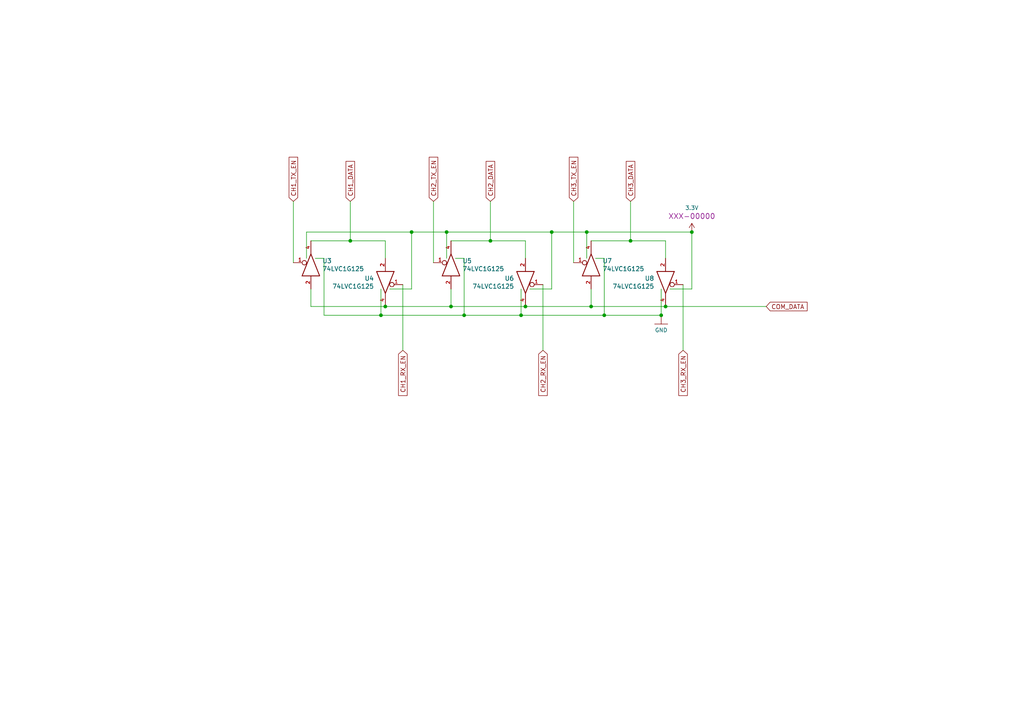
<source format=kicad_sch>
(kicad_sch (version 20230121) (generator eeschema)
  (paper "A4")
  (lib_symbols
    (symbol "CellLight-rescue:3.3V-SparkFun-PowerSymbols" (power) (pin_numbers hide) (pin_names (offset 1.016) hide)
      (property "Value" "3.3V-SparkFun-PowerSymbols" (at -1.27 3.81 0))
      (property "Footprint" "XXX-00000" (at 0 7.62 0))
      (symbol "3.3V-SparkFun-PowerSymbols_1_0"
        (polyline (pts (xy 0 0) (xy 0 2.54)))
        (polyline (pts (xy 0 2.54) (xy -0.762 1.27)))
        (polyline (pts (xy 0.762 1.27) (xy 0 2.54)))
      )
      (symbol "3.3V-SparkFun-PowerSymbols_1_1"
        (pin power_in line (at 0 0 90) (length 0) hide (name "3.3V") (number "~"))
      )
    )
    (symbol "CellLight-rescue:74LVC1G125-74xGxx" (pin_names (offset 1.016))
      (property "Reference" "U" (at -2.54 3.81 0))
      (property "Value" "74xGxx_74LVC1G125" (at 0 -3.81 0))
      (symbol "74LVC1G125-74xGxx_0_1"
        (polyline (pts (xy -3.81 2.54) (xy -3.81 -2.54) (xy 2.54 0) (xy -3.81 2.54)) (stroke (width 0.254)))
      )
      (symbol "74LVC1G125-74xGxx_1_1"
        (pin input inverted (at 0 5.08 270) (length 3.81) (name "~") (number "1"))
        (pin input line (at -7.62 0 0) (length 3.81) (name "~") (number "2"))
        (pin power_in line (at 1.27 -1.27 270) (length 0) hide (name "GND") (number "3"))
        (pin tri_state line (at 6.35 0 180) (length 3.81) (name "~") (number "4"))
        (pin power_in line (at 1.27 1.27 90) (length 0) hide (name "VCC") (number "5"))
      )
    )
    (symbol "CellLight-rescue:GND-SparkFun-PowerSymbols" (power) (pin_numbers hide) (pin_names (offset 1.016) hide)
      (property "Value" "GND-SparkFun-PowerSymbols" (at -1.778 -5.08 0))
      (symbol "GND-SparkFun-PowerSymbols_1_0"
        (polyline (pts (xy -1.905 -2.54) (xy 1.905 -2.54)))
        (polyline (pts (xy 0 0) (xy 0 -2.54)))
      )
      (symbol "GND-SparkFun-PowerSymbols_1_1"
        (pin power_in line (at 0 0 270) (length 0) hide (name "GND") (number "~"))
      )
    )
  )
  (junction (at 130.81 88.9))
  (junction (at 119.38 67.31))
  (junction (at 129.54 67.31))
  (junction (at 191.77 91.44))
  (junction (at 152.4 88.9))
  (junction (at 151.13 91.44))
  (junction (at 170.18 67.31))
  (junction (at 182.88 69.85))
  (junction (at 175.26 91.44))
  (junction (at 171.45 88.9))
  (junction (at 111.76 88.9))
  (junction (at 160.02 67.31))
  (junction (at 142.24 69.85))
  (junction (at 101.6 69.85))
  (junction (at 200.66 67.31))
  (junction (at 134.62 91.44))
  (junction (at 110.49 91.44))
  (junction (at 193.04 88.9))
  (wire (pts (xy 171.45 83.82) (xy 171.45 88.9)))
  (wire (pts (xy 90.17 88.9) (xy 111.76 88.9)))
  (wire (pts (xy 130.81 69.85) (xy 142.24 69.85)))
  (wire (pts (xy 101.6 69.85) (xy 111.76 69.85)))
  (wire (pts (xy 182.88 69.85) (xy 193.04 69.85)))
  (wire (pts (xy 171.45 88.9) (xy 193.04 88.9)))
  (wire (pts (xy 119.38 83.82) (xy 113.03 83.82)))
  (wire (pts (xy 119.38 67.31) (xy 119.38 83.82)))
  (wire (pts (xy 88.9 67.31) (xy 119.38 67.31)))
  (wire (pts (xy 110.49 91.44) (xy 134.62 91.44)))
  (wire (pts (xy 191.77 91.44) (xy 191.77 83.82)))
  (wire (pts (xy 134.62 91.44) (xy 151.13 91.44)))
  (wire (pts (xy 142.24 69.85) (xy 152.4 69.85)))
  (wire (pts (xy 198.12 82.55) (xy 198.12 101.6)))
  (wire (pts (xy 111.76 69.85) (xy 111.76 74.93)))
  (wire (pts (xy 91.44 74.93) (xy 93.98 74.93)))
  (wire (pts (xy 152.4 69.85) (xy 152.4 74.93)))
  (wire (pts (xy 151.13 91.44) (xy 175.26 91.44)))
  (wire (pts (xy 129.54 67.31) (xy 160.02 67.31)))
  (wire (pts (xy 193.04 88.9) (xy 222.25 88.9)))
  (wire (pts (xy 130.81 83.82) (xy 130.81 88.9)))
  (wire (pts (xy 200.66 67.31) (xy 200.66 83.82)))
  (wire (pts (xy 151.13 91.44) (xy 151.13 83.82)))
  (wire (pts (xy 93.98 91.44) (xy 110.49 91.44)))
  (wire (pts (xy 134.62 74.93) (xy 134.62 91.44)))
  (wire (pts (xy 157.48 82.55) (xy 157.48 101.6)))
  (wire (pts (xy 170.18 74.93) (xy 170.18 67.31)))
  (wire (pts (xy 129.54 74.93) (xy 129.54 67.31)))
  (wire (pts (xy 101.6 69.85) (xy 101.6 58.42)))
  (wire (pts (xy 166.37 76.2) (xy 166.37 58.42)))
  (wire (pts (xy 85.09 76.2) (xy 85.09 58.42)))
  (wire (pts (xy 110.49 91.44) (xy 110.49 83.82)))
  (wire (pts (xy 170.18 67.31) (xy 200.66 67.31)))
  (wire (pts (xy 175.26 74.93) (xy 175.26 91.44)))
  (wire (pts (xy 116.84 82.55) (xy 116.84 101.6)))
  (wire (pts (xy 160.02 67.31) (xy 170.18 67.31)))
  (wire (pts (xy 125.73 76.2) (xy 125.73 58.42)))
  (wire (pts (xy 160.02 67.31) (xy 160.02 83.82)))
  (wire (pts (xy 172.72 74.93) (xy 175.26 74.93)))
  (wire (pts (xy 119.38 67.31) (xy 129.54 67.31)))
  (wire (pts (xy 130.81 88.9) (xy 152.4 88.9)))
  (wire (pts (xy 132.08 74.93) (xy 134.62 74.93)))
  (wire (pts (xy 175.26 91.44) (xy 191.77 91.44)))
  (wire (pts (xy 171.45 69.85) (xy 182.88 69.85)))
  (wire (pts (xy 90.17 83.82) (xy 90.17 88.9)))
  (wire (pts (xy 200.66 83.82) (xy 194.31 83.82)))
  (wire (pts (xy 93.98 74.93) (xy 93.98 91.44)))
  (wire (pts (xy 88.9 74.93) (xy 88.9 67.31)))
  (wire (pts (xy 160.02 83.82) (xy 153.67 83.82)))
  (wire (pts (xy 152.4 88.9) (xy 171.45 88.9)))
  (wire (pts (xy 182.88 69.85) (xy 182.88 58.42)))
  (wire (pts (xy 193.04 69.85) (xy 193.04 74.93)))
  (wire (pts (xy 111.76 88.9) (xy 130.81 88.9)))
  (wire (pts (xy 142.24 69.85) (xy 142.24 58.42)))
  (wire (pts (xy 90.17 69.85) (xy 101.6 69.85)))
  (global_label "CH1_RX_EN" (shape input) (at 116.84 101.6 270) (property "Intersheetrefs" "${INTERSHEET_REFS}" (effects hide)))
  (global_label "COM_DATA" (shape input) (at 222.25 88.9 0) (property "Intersheetrefs" "${INTERSHEET_REFS}" (effects hide)))
  (global_label "CH2_TX_EN" (shape input) (at 125.73 58.42 90) (property "Intersheetrefs" "${INTERSHEET_REFS}" (effects hide)))
  (global_label "CH3_TX_EN" (shape input) (at 166.37 58.42 90) (property "Intersheetrefs" "${INTERSHEET_REFS}" (effects hide)))
  (global_label "CH2_DATA" (shape input) (at 142.24 58.42 90) (property "Intersheetrefs" "${INTERSHEET_REFS}" (effects hide)))
  (global_label "CH1_TX_EN" (shape input) (at 85.09 58.42 90) (property "Intersheetrefs" "${INTERSHEET_REFS}" (effects hide)))
  (global_label "CH1_DATA" (shape input) (at 101.6 58.42 90) (property "Intersheetrefs" "${INTERSHEET_REFS}" (effects hide)))
  (global_label "CH3_RX_EN" (shape input) (at 198.12 101.6 270) (property "Intersheetrefs" "${INTERSHEET_REFS}" (effects hide)))
  (global_label "CH3_DATA" (shape input) (at 182.88 58.42 90) (property "Intersheetrefs" "${INTERSHEET_REFS}" (effects hide)))
  (global_label "CH2_RX_EN" (shape input) (at 157.48 101.6 270) (property "Intersheetrefs" "${INTERSHEET_REFS}" (effects hide)))
  (symbol (lib_id "CellLight-rescue:74LVC1G125-74xGxx") (at 90.17 76.2 90) (unit 1)
    (property "Reference" "U3" (at 93.472 75.6666 90) (effects (justify right)))
    (property "Value" "74LVC1G125" (at 93.472 77.978 90) (effects (justify right)))
    (property "Footprint" "Package_TO_SOT_SMD:SOT-353_SC-70-5_Handsoldering" (effects hide))
    (property "Datasheet" "http://www.ti.com/lit/sg/scyt129e/scyt129e.pdf" (effects hide))
  )
  (symbol (lib_id "CellLight-rescue:74LVC1G125-74xGxx") (at 111.76 82.55 270) (unit 1)
    (property "Reference" "U4" (at 108.4834 80.7466 90) (effects (justify right)))
    (property "Value" "74LVC1G125" (at 108.4834 83.058 90) (effects (justify right)))
    (property "Footprint" "Package_TO_SOT_SMD:SOT-353_SC-70-5_Handsoldering" (effects hide))
    (property "Datasheet" "http://www.ti.com/lit/sg/scyt129e/scyt129e.pdf" (effects hide))
  )
  (symbol (lib_id "CellLight-rescue:74LVC1G125-74xGxx") (at 130.81 76.2 90) (unit 1)
    (property "Reference" "U5" (at 134.112 75.6666 90) (effects (justify right)))
    (property "Value" "74LVC1G125" (at 134.112 77.978 90) (effects (justify right)))
    (property "Footprint" "Package_TO_SOT_SMD:SOT-353_SC-70-5_Handsoldering" (effects hide))
    (property "Datasheet" "http://www.ti.com/lit/sg/scyt129e/scyt129e.pdf" (effects hide))
  )
  (symbol (lib_id "CellLight-rescue:74LVC1G125-74xGxx") (at 152.4 82.55 270) (unit 1)
    (property "Reference" "U6" (at 149.1234 80.7466 90) (effects (justify right)))
    (property "Value" "74LVC1G125" (at 149.1234 83.058 90) (effects (justify right)))
    (property "Footprint" "Package_TO_SOT_SMD:SOT-353_SC-70-5_Handsoldering" (effects hide))
    (property "Datasheet" "http://www.ti.com/lit/sg/scyt129e/scyt129e.pdf" (effects hide))
  )
  (symbol (lib_id "CellLight-rescue:74LVC1G125-74xGxx") (at 171.45 76.2 90) (unit 1)
    (property "Reference" "U7" (at 174.752 75.6666 90) (effects (justify right)))
    (property "Value" "74LVC1G125" (at 174.752 77.978 90) (effects (justify right)))
    (property "Footprint" "Package_TO_SOT_SMD:SOT-353_SC-70-5_Handsoldering" (effects hide))
    (property "Datasheet" "http://www.ti.com/lit/sg/scyt129e/scyt129e.pdf" (effects hide))
  )
  (symbol (lib_id "CellLight-rescue:74LVC1G125-74xGxx") (at 193.04 82.55 270) (unit 1)
    (property "Reference" "U8" (at 189.7634 80.7466 90) (effects (justify right)))
    (property "Value" "74LVC1G125" (at 189.7634 83.058 90) (effects (justify right)))
    (property "Footprint" "Package_TO_SOT_SMD:SOT-353_SC-70-5_Handsoldering" (effects hide))
    (property "Datasheet" "http://www.ti.com/lit/sg/scyt129e/scyt129e.pdf" (effects hide))
  )
  (symbol (lib_id "CellLight-rescue:GND-SparkFun-PowerSymbols") (at 191.77 91.44 0) (unit 1)
    (property "Reference" "#GND08" (effects hide))
    (property "Value" "GND" (at 191.77 95.758 0) (effects (font (size 1.143 1.143))))
  )
  (symbol (lib_id "CellLight-rescue:3.3V-SparkFun-PowerSymbols") (at 200.66 67.31 0) (unit 1)
    (property "Reference" "#SUPPLY08" (effects hide))
    (property "Value" "3.3V" (at 200.66 60.2996 0) (effects (font (size 1.143 1.143))))
    (property "Footprint" "XXX-00000" (at 200.66 62.7126 0) (effects (font (size 1.524 1.524))))
  )
)
</source>
